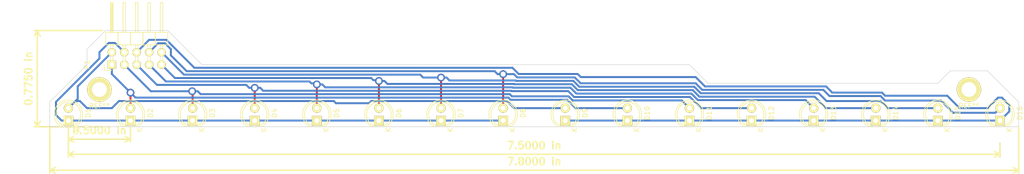
<source format=kicad_pcb>
(kicad_pcb (version 4) (host pcbnew 4.0.2-stable)

  (general
    (links 32)
    (no_connects 0)
    (area 23.750001 63.944999 233.739 101.760001)
    (thickness 1.6)
    (drawings 18)
    (tracks 178)
    (zones 0)
    (modules 19)
    (nets 11)
  )

  (page A4)
  (layers
    (0 F.Cu signal)
    (31 B.Cu signal)
    (32 B.Adhes user)
    (33 F.Adhes user)
    (34 B.Paste user)
    (35 F.Paste user)
    (36 B.SilkS user)
    (37 F.SilkS user)
    (38 B.Mask user)
    (39 F.Mask user)
    (40 Dwgs.User user)
    (41 Cmts.User user)
    (42 Eco1.User user)
    (43 Eco2.User user)
    (44 Edge.Cuts user)
    (45 Margin user)
    (46 B.CrtYd user)
    (47 F.CrtYd user)
    (48 B.Fab user)
    (49 F.Fab user)
  )

  (setup
    (last_trace_width 0.4)
    (trace_clearance 0.3)
    (zone_clearance 0.508)
    (zone_45_only no)
    (trace_min 0.4)
    (segment_width 0.2)
    (edge_width 0.1)
    (via_size 1.6)
    (via_drill 1)
    (via_min_size 1.6)
    (via_min_drill 1)
    (uvia_size 0.3)
    (uvia_drill 0.1)
    (uvias_allowed no)
    (uvia_min_size 0.2)
    (uvia_min_drill 0.1)
    (pcb_text_width 0.3)
    (pcb_text_size 1.5 1.5)
    (mod_edge_width 0.15)
    (mod_text_size 1 1)
    (mod_text_width 0.15)
    (pad_size 1.5 1.5)
    (pad_drill 0.6)
    (pad_to_mask_clearance 0)
    (aux_axis_origin 0 0)
    (visible_elements FFFFFF7F)
    (pcbplotparams
      (layerselection 0x310f0_80000001)
      (usegerberextensions false)
      (excludeedgelayer true)
      (linewidth 0.100000)
      (plotframeref false)
      (viasonmask false)
      (mode 1)
      (useauxorigin false)
      (hpglpennumber 1)
      (hpglpenspeed 20)
      (hpglpendiameter 15)
      (hpglpenoverlay 2)
      (psnegative false)
      (psa4output false)
      (plotreference true)
      (plotvalue true)
      (plotinvisibletext false)
      (padsonsilk false)
      (subtractmaskfromsilk false)
      (outputformat 1)
      (mirror false)
      (drillshape 0)
      (scaleselection 1)
      (outputdirectory ""))
  )

  (net 0 "")
  (net 1 /DIGITA)
  (net 2 /SEG0)
  (net 3 /SEG1)
  (net 4 /SEG2)
  (net 5 /SEG3)
  (net 6 /SEG4)
  (net 7 /SEG5)
  (net 8 /SEG6)
  (net 9 /SEG7)
  (net 10 /DIGITB)

  (net_class Default "This is the default net class."
    (clearance 0.3)
    (trace_width 0.4)
    (via_dia 1.6)
    (via_drill 1)
    (uvia_dia 0.3)
    (uvia_drill 0.1)
    (add_net /DIGITA)
    (add_net /DIGITB)
    (add_net /SEG0)
    (add_net /SEG1)
    (add_net /SEG2)
    (add_net /SEG3)
    (add_net /SEG4)
    (add_net /SEG5)
    (add_net /SEG6)
    (add_net /SEG7)
  )

  (module Pin_Headers:Pin_Header_Angled_2x05 (layer F.Cu) (tedit 0) (tstamp 57A35D17)
    (at 46.99 77.47 90)
    (descr "Through hole pin header")
    (tags "pin header")
    (path /57A3FFF5)
    (fp_text reference P1 (at 0 -5.1 90) (layer F.SilkS)
      (effects (font (size 1 1) (thickness 0.15)))
    )
    (fp_text value CONN_02X05 (at 0 -3.1 90) (layer F.Fab)
      (effects (font (size 1 1) (thickness 0.15)))
    )
    (fp_line (start -1.35 -1.75) (end -1.35 11.95) (layer F.CrtYd) (width 0.05))
    (fp_line (start 13.2 -1.75) (end 13.2 11.95) (layer F.CrtYd) (width 0.05))
    (fp_line (start -1.35 -1.75) (end 13.2 -1.75) (layer F.CrtYd) (width 0.05))
    (fp_line (start -1.35 11.95) (end 13.2 11.95) (layer F.CrtYd) (width 0.05))
    (fp_line (start 1.524 10.414) (end 1.016 10.414) (layer F.SilkS) (width 0.15))
    (fp_line (start 1.524 9.906) (end 1.016 9.906) (layer F.SilkS) (width 0.15))
    (fp_line (start 1.524 7.874) (end 1.016 7.874) (layer F.SilkS) (width 0.15))
    (fp_line (start 1.524 7.366) (end 1.016 7.366) (layer F.SilkS) (width 0.15))
    (fp_line (start 1.524 -0.254) (end 1.016 -0.254) (layer F.SilkS) (width 0.15))
    (fp_line (start 1.524 0.254) (end 1.016 0.254) (layer F.SilkS) (width 0.15))
    (fp_line (start 1.524 5.334) (end 1.016 5.334) (layer F.SilkS) (width 0.15))
    (fp_line (start 1.524 4.826) (end 1.016 4.826) (layer F.SilkS) (width 0.15))
    (fp_line (start 1.524 2.794) (end 1.016 2.794) (layer F.SilkS) (width 0.15))
    (fp_line (start 1.524 2.286) (end 1.016 2.286) (layer F.SilkS) (width 0.15))
    (fp_line (start 4.064 10.414) (end 3.556 10.414) (layer F.SilkS) (width 0.15))
    (fp_line (start 4.064 9.906) (end 3.556 9.906) (layer F.SilkS) (width 0.15))
    (fp_line (start 4.064 -0.254) (end 3.556 -0.254) (layer F.SilkS) (width 0.15))
    (fp_line (start 4.064 0.254) (end 3.556 0.254) (layer F.SilkS) (width 0.15))
    (fp_line (start 4.064 2.286) (end 3.556 2.286) (layer F.SilkS) (width 0.15))
    (fp_line (start 4.064 2.794) (end 3.556 2.794) (layer F.SilkS) (width 0.15))
    (fp_line (start 4.064 7.874) (end 3.556 7.874) (layer F.SilkS) (width 0.15))
    (fp_line (start 4.064 7.366) (end 3.556 7.366) (layer F.SilkS) (width 0.15))
    (fp_line (start 4.064 5.334) (end 3.556 5.334) (layer F.SilkS) (width 0.15))
    (fp_line (start 4.064 4.826) (end 3.556 4.826) (layer F.SilkS) (width 0.15))
    (fp_line (start 0 -1.55) (end -1.15 -1.55) (layer F.SilkS) (width 0.15))
    (fp_line (start -1.15 -1.55) (end -1.15 0) (layer F.SilkS) (width 0.15))
    (fp_line (start 6.604 -0.127) (end 12.573 -0.127) (layer F.SilkS) (width 0.15))
    (fp_line (start 12.573 -0.127) (end 12.573 0.127) (layer F.SilkS) (width 0.15))
    (fp_line (start 12.573 0.127) (end 6.731 0.127) (layer F.SilkS) (width 0.15))
    (fp_line (start 6.731 0.127) (end 6.731 0) (layer F.SilkS) (width 0.15))
    (fp_line (start 6.731 0) (end 12.573 0) (layer F.SilkS) (width 0.15))
    (fp_line (start 4.064 8.89) (end 6.604 8.89) (layer F.SilkS) (width 0.15))
    (fp_line (start 4.064 8.89) (end 4.064 11.43) (layer F.SilkS) (width 0.15))
    (fp_line (start 6.604 9.906) (end 12.7 9.906) (layer F.SilkS) (width 0.15))
    (fp_line (start 12.7 9.906) (end 12.7 10.414) (layer F.SilkS) (width 0.15))
    (fp_line (start 12.7 10.414) (end 6.604 10.414) (layer F.SilkS) (width 0.15))
    (fp_line (start 6.604 11.43) (end 6.604 8.89) (layer F.SilkS) (width 0.15))
    (fp_line (start 4.064 11.43) (end 6.604 11.43) (layer F.SilkS) (width 0.15))
    (fp_line (start 4.064 3.81) (end 6.604 3.81) (layer F.SilkS) (width 0.15))
    (fp_line (start 4.064 3.81) (end 4.064 6.35) (layer F.SilkS) (width 0.15))
    (fp_line (start 4.064 6.35) (end 6.604 6.35) (layer F.SilkS) (width 0.15))
    (fp_line (start 6.604 4.826) (end 12.7 4.826) (layer F.SilkS) (width 0.15))
    (fp_line (start 12.7 4.826) (end 12.7 5.334) (layer F.SilkS) (width 0.15))
    (fp_line (start 12.7 5.334) (end 6.604 5.334) (layer F.SilkS) (width 0.15))
    (fp_line (start 6.604 6.35) (end 6.604 3.81) (layer F.SilkS) (width 0.15))
    (fp_line (start 6.604 8.89) (end 6.604 6.35) (layer F.SilkS) (width 0.15))
    (fp_line (start 12.7 7.874) (end 6.604 7.874) (layer F.SilkS) (width 0.15))
    (fp_line (start 12.7 7.366) (end 12.7 7.874) (layer F.SilkS) (width 0.15))
    (fp_line (start 6.604 7.366) (end 12.7 7.366) (layer F.SilkS) (width 0.15))
    (fp_line (start 4.064 8.89) (end 6.604 8.89) (layer F.SilkS) (width 0.15))
    (fp_line (start 4.064 6.35) (end 4.064 8.89) (layer F.SilkS) (width 0.15))
    (fp_line (start 4.064 6.35) (end 6.604 6.35) (layer F.SilkS) (width 0.15))
    (fp_line (start 4.064 1.27) (end 6.604 1.27) (layer F.SilkS) (width 0.15))
    (fp_line (start 4.064 1.27) (end 4.064 3.81) (layer F.SilkS) (width 0.15))
    (fp_line (start 4.064 3.81) (end 6.604 3.81) (layer F.SilkS) (width 0.15))
    (fp_line (start 6.604 2.286) (end 12.7 2.286) (layer F.SilkS) (width 0.15))
    (fp_line (start 12.7 2.286) (end 12.7 2.794) (layer F.SilkS) (width 0.15))
    (fp_line (start 12.7 2.794) (end 6.604 2.794) (layer F.SilkS) (width 0.15))
    (fp_line (start 6.604 3.81) (end 6.604 1.27) (layer F.SilkS) (width 0.15))
    (fp_line (start 6.604 1.27) (end 6.604 -1.27) (layer F.SilkS) (width 0.15))
    (fp_line (start 12.7 0.254) (end 6.604 0.254) (layer F.SilkS) (width 0.15))
    (fp_line (start 12.7 -0.254) (end 12.7 0.254) (layer F.SilkS) (width 0.15))
    (fp_line (start 6.604 -0.254) (end 12.7 -0.254) (layer F.SilkS) (width 0.15))
    (fp_line (start 4.064 1.27) (end 6.604 1.27) (layer F.SilkS) (width 0.15))
    (fp_line (start 4.064 -1.27) (end 4.064 1.27) (layer F.SilkS) (width 0.15))
    (fp_line (start 4.064 -1.27) (end 6.604 -1.27) (layer F.SilkS) (width 0.15))
    (pad 1 thru_hole rect (at 0 0 90) (size 1.7272 1.7272) (drill 1.016) (layers *.Cu *.Mask F.SilkS)
      (net 3 /SEG1))
    (pad 2 thru_hole oval (at 2.54 0 90) (size 1.7272 1.7272) (drill 1.016) (layers *.Cu *.Mask F.SilkS)
      (net 2 /SEG0))
    (pad 3 thru_hole oval (at 0 2.54 90) (size 1.7272 1.7272) (drill 1.016) (layers *.Cu *.Mask F.SilkS)
      (net 4 /SEG2))
    (pad 4 thru_hole oval (at 2.54 2.54 90) (size 1.7272 1.7272) (drill 1.016) (layers *.Cu *.Mask F.SilkS)
      (net 1 /DIGITA))
    (pad 5 thru_hole oval (at 0 5.08 90) (size 1.7272 1.7272) (drill 1.016) (layers *.Cu *.Mask F.SilkS)
      (net 5 /SEG3))
    (pad 6 thru_hole oval (at 2.54 5.08 90) (size 1.7272 1.7272) (drill 1.016) (layers *.Cu *.Mask F.SilkS)
      (net 10 /DIGITB))
    (pad 7 thru_hole oval (at 0 7.62 90) (size 1.7272 1.7272) (drill 1.016) (layers *.Cu *.Mask F.SilkS)
      (net 6 /SEG4))
    (pad 8 thru_hole oval (at 2.54 7.62 90) (size 1.7272 1.7272) (drill 1.016) (layers *.Cu *.Mask F.SilkS)
      (net 9 /SEG7))
    (pad 9 thru_hole oval (at 0 10.16 90) (size 1.7272 1.7272) (drill 1.016) (layers *.Cu *.Mask F.SilkS)
      (net 7 /SEG5))
    (pad 10 thru_hole oval (at 2.54 10.16 90) (size 1.7272 1.7272) (drill 1.016) (layers *.Cu *.Mask F.SilkS)
      (net 8 /SEG6))
    (model Pin_Headers.3dshapes/Pin_Header_Angled_2x05.wrl
      (at (xyz 0.05 -0.2 0))
      (scale (xyz 1 1 1))
      (rotate (xyz 0 0 90))
    )
  )

  (module myparts:LED-5MM-custom (layer F.Cu) (tedit 57A70E27) (tstamp 57A8C809)
    (at 38.1 88.9 90)
    (descr "LED 5mm round vertical")
    (tags "LED 5mm round vertical")
    (path /57A3E922/57A35D23)
    (fp_text reference D1 (at 1.524 4.064 90) (layer F.SilkS)
      (effects (font (size 1 1) (thickness 0.15)))
    )
    (fp_text value LED (at 1.524 -3.937 90) (layer F.Fab)
      (effects (font (size 1 1) (thickness 0.15)))
    )
    (fp_circle (center 1.27 0) (end 3.77 0) (layer B.Fab) (width 0.15))
    (fp_line (start -1.5 -1.55) (end -1.5 1.55) (layer F.CrtYd) (width 0.05))
    (fp_arc (start 1.3 0) (end -1.5 1.55) (angle -302) (layer F.CrtYd) (width 0.05))
    (fp_arc (start 1.27 0) (end -1.23 -1.5) (angle 297.5) (layer F.SilkS) (width 0.15))
    (fp_line (start -1.23 1.5) (end -1.23 -1.5) (layer F.SilkS) (width 0.15))
    (fp_circle (center 1.27 0) (end 0.97 -2.5) (layer F.SilkS) (width 0.15))
    (fp_text user K (at -1.905 1.905 90) (layer F.SilkS)
      (effects (font (size 1 1) (thickness 0.15)))
    )
    (pad 1 thru_hole rect (at 0 0 180) (size 2 1.9) (drill 1.00076) (layers *.Cu *.Mask F.SilkS)
      (net 1 /DIGITA))
    (pad 2 thru_hole circle (at 2.54 0 90) (size 1.9 1.9) (drill 1.00076) (layers *.Cu *.Mask F.SilkS)
      (net 2 /SEG0))
    (model LEDs.3dshapes/LED-5MM.wrl
      (at (xyz 0.05 0 0))
      (scale (xyz 1 1 1))
      (rotate (xyz 0 0 90))
    )
  )

  (module myparts:LED-5MM-custom (layer F.Cu) (tedit 57A70E27) (tstamp 57A8C815)
    (at 50.8 88.9 90)
    (descr "LED 5mm round vertical")
    (tags "LED 5mm round vertical")
    (path /57A3E922/57A35D1D)
    (fp_text reference D2 (at 1.524 4.064 90) (layer F.SilkS)
      (effects (font (size 1 1) (thickness 0.15)))
    )
    (fp_text value LED (at 1.524 -3.937 90) (layer F.Fab)
      (effects (font (size 1 1) (thickness 0.15)))
    )
    (fp_circle (center 1.27 0) (end 3.77 0) (layer B.Fab) (width 0.15))
    (fp_line (start -1.5 -1.55) (end -1.5 1.55) (layer F.CrtYd) (width 0.05))
    (fp_arc (start 1.3 0) (end -1.5 1.55) (angle -302) (layer F.CrtYd) (width 0.05))
    (fp_arc (start 1.27 0) (end -1.23 -1.5) (angle 297.5) (layer F.SilkS) (width 0.15))
    (fp_line (start -1.23 1.5) (end -1.23 -1.5) (layer F.SilkS) (width 0.15))
    (fp_circle (center 1.27 0) (end 0.97 -2.5) (layer F.SilkS) (width 0.15))
    (fp_text user K (at -1.905 1.905 90) (layer F.SilkS)
      (effects (font (size 1 1) (thickness 0.15)))
    )
    (pad 1 thru_hole rect (at 0 0 180) (size 2 1.9) (drill 1.00076) (layers *.Cu *.Mask F.SilkS)
      (net 1 /DIGITA))
    (pad 2 thru_hole circle (at 2.54 0 90) (size 1.9 1.9) (drill 1.00076) (layers *.Cu *.Mask F.SilkS)
      (net 3 /SEG1))
    (model LEDs.3dshapes/LED-5MM.wrl
      (at (xyz 0.05 0 0))
      (scale (xyz 1 1 1))
      (rotate (xyz 0 0 90))
    )
  )

  (module myparts:LED-5MM-custom (layer F.Cu) (tedit 57A70E27) (tstamp 57A8C821)
    (at 63.5 88.9 90)
    (descr "LED 5mm round vertical")
    (tags "LED 5mm round vertical")
    (path /57A3E922/57A35D17)
    (fp_text reference D3 (at 1.524 4.064 90) (layer F.SilkS)
      (effects (font (size 1 1) (thickness 0.15)))
    )
    (fp_text value LED (at 1.524 -3.937 90) (layer F.Fab)
      (effects (font (size 1 1) (thickness 0.15)))
    )
    (fp_circle (center 1.27 0) (end 3.77 0) (layer B.Fab) (width 0.15))
    (fp_line (start -1.5 -1.55) (end -1.5 1.55) (layer F.CrtYd) (width 0.05))
    (fp_arc (start 1.3 0) (end -1.5 1.55) (angle -302) (layer F.CrtYd) (width 0.05))
    (fp_arc (start 1.27 0) (end -1.23 -1.5) (angle 297.5) (layer F.SilkS) (width 0.15))
    (fp_line (start -1.23 1.5) (end -1.23 -1.5) (layer F.SilkS) (width 0.15))
    (fp_circle (center 1.27 0) (end 0.97 -2.5) (layer F.SilkS) (width 0.15))
    (fp_text user K (at -1.905 1.905 90) (layer F.SilkS)
      (effects (font (size 1 1) (thickness 0.15)))
    )
    (pad 1 thru_hole rect (at 0 0 180) (size 2 1.9) (drill 1.00076) (layers *.Cu *.Mask F.SilkS)
      (net 1 /DIGITA))
    (pad 2 thru_hole circle (at 2.54 0 90) (size 1.9 1.9) (drill 1.00076) (layers *.Cu *.Mask F.SilkS)
      (net 4 /SEG2))
    (model LEDs.3dshapes/LED-5MM.wrl
      (at (xyz 0.05 0 0))
      (scale (xyz 1 1 1))
      (rotate (xyz 0 0 90))
    )
  )

  (module myparts:LED-5MM-custom (layer F.Cu) (tedit 57A70E27) (tstamp 57A8C82D)
    (at 76.2 88.9 90)
    (descr "LED 5mm round vertical")
    (tags "LED 5mm round vertical")
    (path /57A3E922/57A35D11)
    (fp_text reference D4 (at 1.524 4.064 90) (layer F.SilkS)
      (effects (font (size 1 1) (thickness 0.15)))
    )
    (fp_text value LED (at 1.524 -3.937 90) (layer F.Fab)
      (effects (font (size 1 1) (thickness 0.15)))
    )
    (fp_circle (center 1.27 0) (end 3.77 0) (layer B.Fab) (width 0.15))
    (fp_line (start -1.5 -1.55) (end -1.5 1.55) (layer F.CrtYd) (width 0.05))
    (fp_arc (start 1.3 0) (end -1.5 1.55) (angle -302) (layer F.CrtYd) (width 0.05))
    (fp_arc (start 1.27 0) (end -1.23 -1.5) (angle 297.5) (layer F.SilkS) (width 0.15))
    (fp_line (start -1.23 1.5) (end -1.23 -1.5) (layer F.SilkS) (width 0.15))
    (fp_circle (center 1.27 0) (end 0.97 -2.5) (layer F.SilkS) (width 0.15))
    (fp_text user K (at -1.905 1.905 90) (layer F.SilkS)
      (effects (font (size 1 1) (thickness 0.15)))
    )
    (pad 1 thru_hole rect (at 0 0 180) (size 2 1.9) (drill 1.00076) (layers *.Cu *.Mask F.SilkS)
      (net 1 /DIGITA))
    (pad 2 thru_hole circle (at 2.54 0 90) (size 1.9 1.9) (drill 1.00076) (layers *.Cu *.Mask F.SilkS)
      (net 5 /SEG3))
    (model LEDs.3dshapes/LED-5MM.wrl
      (at (xyz 0.05 0 0))
      (scale (xyz 1 1 1))
      (rotate (xyz 0 0 90))
    )
  )

  (module myparts:LED-5MM-custom (layer F.Cu) (tedit 57A70E27) (tstamp 57A8C839)
    (at 88.9 88.9 90)
    (descr "LED 5mm round vertical")
    (tags "LED 5mm round vertical")
    (path /57A3E922/57A35BD9)
    (fp_text reference D5 (at 1.524 4.064 90) (layer F.SilkS)
      (effects (font (size 1 1) (thickness 0.15)))
    )
    (fp_text value LED (at 1.524 -3.937 90) (layer F.Fab)
      (effects (font (size 1 1) (thickness 0.15)))
    )
    (fp_circle (center 1.27 0) (end 3.77 0) (layer B.Fab) (width 0.15))
    (fp_line (start -1.5 -1.55) (end -1.5 1.55) (layer F.CrtYd) (width 0.05))
    (fp_arc (start 1.3 0) (end -1.5 1.55) (angle -302) (layer F.CrtYd) (width 0.05))
    (fp_arc (start 1.27 0) (end -1.23 -1.5) (angle 297.5) (layer F.SilkS) (width 0.15))
    (fp_line (start -1.23 1.5) (end -1.23 -1.5) (layer F.SilkS) (width 0.15))
    (fp_circle (center 1.27 0) (end 0.97 -2.5) (layer F.SilkS) (width 0.15))
    (fp_text user K (at -1.905 1.905 90) (layer F.SilkS)
      (effects (font (size 1 1) (thickness 0.15)))
    )
    (pad 1 thru_hole rect (at 0 0 180) (size 2 1.9) (drill 1.00076) (layers *.Cu *.Mask F.SilkS)
      (net 1 /DIGITA))
    (pad 2 thru_hole circle (at 2.54 0 90) (size 1.9 1.9) (drill 1.00076) (layers *.Cu *.Mask F.SilkS)
      (net 6 /SEG4))
    (model LEDs.3dshapes/LED-5MM.wrl
      (at (xyz 0.05 0 0))
      (scale (xyz 1 1 1))
      (rotate (xyz 0 0 90))
    )
  )

  (module myparts:LED-5MM-custom (layer F.Cu) (tedit 57A70E27) (tstamp 57A8C845)
    (at 101.6 88.9 90)
    (descr "LED 5mm round vertical")
    (tags "LED 5mm round vertical")
    (path /57A3E922/57A35BB5)
    (fp_text reference D6 (at 1.524 4.064 90) (layer F.SilkS)
      (effects (font (size 1 1) (thickness 0.15)))
    )
    (fp_text value LED (at 1.524 -3.937 90) (layer F.Fab)
      (effects (font (size 1 1) (thickness 0.15)))
    )
    (fp_circle (center 1.27 0) (end 3.77 0) (layer B.Fab) (width 0.15))
    (fp_line (start -1.5 -1.55) (end -1.5 1.55) (layer F.CrtYd) (width 0.05))
    (fp_arc (start 1.3 0) (end -1.5 1.55) (angle -302) (layer F.CrtYd) (width 0.05))
    (fp_arc (start 1.27 0) (end -1.23 -1.5) (angle 297.5) (layer F.SilkS) (width 0.15))
    (fp_line (start -1.23 1.5) (end -1.23 -1.5) (layer F.SilkS) (width 0.15))
    (fp_circle (center 1.27 0) (end 0.97 -2.5) (layer F.SilkS) (width 0.15))
    (fp_text user K (at -1.905 1.905 90) (layer F.SilkS)
      (effects (font (size 1 1) (thickness 0.15)))
    )
    (pad 1 thru_hole rect (at 0 0 180) (size 2 1.9) (drill 1.00076) (layers *.Cu *.Mask F.SilkS)
      (net 1 /DIGITA))
    (pad 2 thru_hole circle (at 2.54 0 90) (size 1.9 1.9) (drill 1.00076) (layers *.Cu *.Mask F.SilkS)
      (net 7 /SEG5))
    (model LEDs.3dshapes/LED-5MM.wrl
      (at (xyz 0.05 0 0))
      (scale (xyz 1 1 1))
      (rotate (xyz 0 0 90))
    )
  )

  (module myparts:LED-5MM-custom (layer F.Cu) (tedit 57A70E27) (tstamp 57A8C851)
    (at 114.3 88.9 90)
    (descr "LED 5mm round vertical")
    (tags "LED 5mm round vertical")
    (path /57A3E922/57A35B88)
    (fp_text reference D7 (at 1.524 4.064 90) (layer F.SilkS)
      (effects (font (size 1 1) (thickness 0.15)))
    )
    (fp_text value LED (at 1.524 -3.937 90) (layer F.Fab)
      (effects (font (size 1 1) (thickness 0.15)))
    )
    (fp_circle (center 1.27 0) (end 3.77 0) (layer B.Fab) (width 0.15))
    (fp_line (start -1.5 -1.55) (end -1.5 1.55) (layer F.CrtYd) (width 0.05))
    (fp_arc (start 1.3 0) (end -1.5 1.55) (angle -302) (layer F.CrtYd) (width 0.05))
    (fp_arc (start 1.27 0) (end -1.23 -1.5) (angle 297.5) (layer F.SilkS) (width 0.15))
    (fp_line (start -1.23 1.5) (end -1.23 -1.5) (layer F.SilkS) (width 0.15))
    (fp_circle (center 1.27 0) (end 0.97 -2.5) (layer F.SilkS) (width 0.15))
    (fp_text user K (at -1.905 1.905 90) (layer F.SilkS)
      (effects (font (size 1 1) (thickness 0.15)))
    )
    (pad 1 thru_hole rect (at 0 0 180) (size 2 1.9) (drill 1.00076) (layers *.Cu *.Mask F.SilkS)
      (net 1 /DIGITA))
    (pad 2 thru_hole circle (at 2.54 0 90) (size 1.9 1.9) (drill 1.00076) (layers *.Cu *.Mask F.SilkS)
      (net 8 /SEG6))
    (model LEDs.3dshapes/LED-5MM.wrl
      (at (xyz 0.05 0 0))
      (scale (xyz 1 1 1))
      (rotate (xyz 0 0 90))
    )
  )

  (module myparts:LED-5MM-custom (layer F.Cu) (tedit 57A70E27) (tstamp 57A8C85D)
    (at 127 88.9 90)
    (descr "LED 5mm round vertical")
    (tags "LED 5mm round vertical")
    (path /57A3E922/57A35AD5)
    (fp_text reference D8 (at 1.524 4.064 90) (layer F.SilkS)
      (effects (font (size 1 1) (thickness 0.15)))
    )
    (fp_text value LED (at 1.524 -3.937 90) (layer F.Fab)
      (effects (font (size 1 1) (thickness 0.15)))
    )
    (fp_circle (center 1.27 0) (end 3.77 0) (layer B.Fab) (width 0.15))
    (fp_line (start -1.5 -1.55) (end -1.5 1.55) (layer F.CrtYd) (width 0.05))
    (fp_arc (start 1.3 0) (end -1.5 1.55) (angle -302) (layer F.CrtYd) (width 0.05))
    (fp_arc (start 1.27 0) (end -1.23 -1.5) (angle 297.5) (layer F.SilkS) (width 0.15))
    (fp_line (start -1.23 1.5) (end -1.23 -1.5) (layer F.SilkS) (width 0.15))
    (fp_circle (center 1.27 0) (end 0.97 -2.5) (layer F.SilkS) (width 0.15))
    (fp_text user K (at -1.905 1.905 90) (layer F.SilkS)
      (effects (font (size 1 1) (thickness 0.15)))
    )
    (pad 1 thru_hole rect (at 0 0 180) (size 2 1.9) (drill 1.00076) (layers *.Cu *.Mask F.SilkS)
      (net 1 /DIGITA))
    (pad 2 thru_hole circle (at 2.54 0 90) (size 1.9 1.9) (drill 1.00076) (layers *.Cu *.Mask F.SilkS)
      (net 9 /SEG7))
    (model LEDs.3dshapes/LED-5MM.wrl
      (at (xyz 0.05 0 0))
      (scale (xyz 1 1 1))
      (rotate (xyz 0 0 90))
    )
  )

  (module myparts:LED-5MM-custom (layer F.Cu) (tedit 57A70E27) (tstamp 57A8C869)
    (at 139.7 88.9 90)
    (descr "LED 5mm round vertical")
    (tags "LED 5mm round vertical")
    (path /57A3F0CE/57A35D23)
    (fp_text reference D9 (at 1.524 4.064 90) (layer F.SilkS)
      (effects (font (size 1 1) (thickness 0.15)))
    )
    (fp_text value LED (at 1.524 -3.937 90) (layer F.Fab)
      (effects (font (size 1 1) (thickness 0.15)))
    )
    (fp_circle (center 1.27 0) (end 3.77 0) (layer B.Fab) (width 0.15))
    (fp_line (start -1.5 -1.55) (end -1.5 1.55) (layer F.CrtYd) (width 0.05))
    (fp_arc (start 1.3 0) (end -1.5 1.55) (angle -302) (layer F.CrtYd) (width 0.05))
    (fp_arc (start 1.27 0) (end -1.23 -1.5) (angle 297.5) (layer F.SilkS) (width 0.15))
    (fp_line (start -1.23 1.5) (end -1.23 -1.5) (layer F.SilkS) (width 0.15))
    (fp_circle (center 1.27 0) (end 0.97 -2.5) (layer F.SilkS) (width 0.15))
    (fp_text user K (at -1.905 1.905 90) (layer F.SilkS)
      (effects (font (size 1 1) (thickness 0.15)))
    )
    (pad 1 thru_hole rect (at 0 0 180) (size 2 1.9) (drill 1.00076) (layers *.Cu *.Mask F.SilkS)
      (net 10 /DIGITB))
    (pad 2 thru_hole circle (at 2.54 0 90) (size 1.9 1.9) (drill 1.00076) (layers *.Cu *.Mask F.SilkS)
      (net 2 /SEG0))
    (model LEDs.3dshapes/LED-5MM.wrl
      (at (xyz 0.05 0 0))
      (scale (xyz 1 1 1))
      (rotate (xyz 0 0 90))
    )
  )

  (module myparts:LED-5MM-custom (layer F.Cu) (tedit 57A70E27) (tstamp 57A8C875)
    (at 152.4 88.9 90)
    (descr "LED 5mm round vertical")
    (tags "LED 5mm round vertical")
    (path /57A3F0CE/57A35D1D)
    (fp_text reference D10 (at 1.524 4.064 90) (layer F.SilkS)
      (effects (font (size 1 1) (thickness 0.15)))
    )
    (fp_text value LED (at 1.524 -3.937 90) (layer F.Fab)
      (effects (font (size 1 1) (thickness 0.15)))
    )
    (fp_circle (center 1.27 0) (end 3.77 0) (layer B.Fab) (width 0.15))
    (fp_line (start -1.5 -1.55) (end -1.5 1.55) (layer F.CrtYd) (width 0.05))
    (fp_arc (start 1.3 0) (end -1.5 1.55) (angle -302) (layer F.CrtYd) (width 0.05))
    (fp_arc (start 1.27 0) (end -1.23 -1.5) (angle 297.5) (layer F.SilkS) (width 0.15))
    (fp_line (start -1.23 1.5) (end -1.23 -1.5) (layer F.SilkS) (width 0.15))
    (fp_circle (center 1.27 0) (end 0.97 -2.5) (layer F.SilkS) (width 0.15))
    (fp_text user K (at -1.905 1.905 90) (layer F.SilkS)
      (effects (font (size 1 1) (thickness 0.15)))
    )
    (pad 1 thru_hole rect (at 0 0 180) (size 2 1.9) (drill 1.00076) (layers *.Cu *.Mask F.SilkS)
      (net 10 /DIGITB))
    (pad 2 thru_hole circle (at 2.54 0 90) (size 1.9 1.9) (drill 1.00076) (layers *.Cu *.Mask F.SilkS)
      (net 3 /SEG1))
    (model LEDs.3dshapes/LED-5MM.wrl
      (at (xyz 0.05 0 0))
      (scale (xyz 1 1 1))
      (rotate (xyz 0 0 90))
    )
  )

  (module myparts:LED-5MM-custom (layer F.Cu) (tedit 57A70E27) (tstamp 57A8C881)
    (at 165.1 88.9 90)
    (descr "LED 5mm round vertical")
    (tags "LED 5mm round vertical")
    (path /57A3F0CE/57A35D17)
    (fp_text reference D11 (at 1.524 4.064 90) (layer F.SilkS)
      (effects (font (size 1 1) (thickness 0.15)))
    )
    (fp_text value LED (at 1.524 -3.937 90) (layer F.Fab)
      (effects (font (size 1 1) (thickness 0.15)))
    )
    (fp_circle (center 1.27 0) (end 3.77 0) (layer B.Fab) (width 0.15))
    (fp_line (start -1.5 -1.55) (end -1.5 1.55) (layer F.CrtYd) (width 0.05))
    (fp_arc (start 1.3 0) (end -1.5 1.55) (angle -302) (layer F.CrtYd) (width 0.05))
    (fp_arc (start 1.27 0) (end -1.23 -1.5) (angle 297.5) (layer F.SilkS) (width 0.15))
    (fp_line (start -1.23 1.5) (end -1.23 -1.5) (layer F.SilkS) (width 0.15))
    (fp_circle (center 1.27 0) (end 0.97 -2.5) (layer F.SilkS) (width 0.15))
    (fp_text user K (at -1.905 1.905 90) (layer F.SilkS)
      (effects (font (size 1 1) (thickness 0.15)))
    )
    (pad 1 thru_hole rect (at 0 0 180) (size 2 1.9) (drill 1.00076) (layers *.Cu *.Mask F.SilkS)
      (net 10 /DIGITB))
    (pad 2 thru_hole circle (at 2.54 0 90) (size 1.9 1.9) (drill 1.00076) (layers *.Cu *.Mask F.SilkS)
      (net 4 /SEG2))
    (model LEDs.3dshapes/LED-5MM.wrl
      (at (xyz 0.05 0 0))
      (scale (xyz 1 1 1))
      (rotate (xyz 0 0 90))
    )
  )

  (module myparts:LED-5MM-custom (layer F.Cu) (tedit 57A70E27) (tstamp 57A8C88D)
    (at 177.8 88.9 90)
    (descr "LED 5mm round vertical")
    (tags "LED 5mm round vertical")
    (path /57A3F0CE/57A35D11)
    (fp_text reference D12 (at 1.524 4.064 90) (layer F.SilkS)
      (effects (font (size 1 1) (thickness 0.15)))
    )
    (fp_text value LED (at 1.524 -3.937 90) (layer F.Fab)
      (effects (font (size 1 1) (thickness 0.15)))
    )
    (fp_circle (center 1.27 0) (end 3.77 0) (layer B.Fab) (width 0.15))
    (fp_line (start -1.5 -1.55) (end -1.5 1.55) (layer F.CrtYd) (width 0.05))
    (fp_arc (start 1.3 0) (end -1.5 1.55) (angle -302) (layer F.CrtYd) (width 0.05))
    (fp_arc (start 1.27 0) (end -1.23 -1.5) (angle 297.5) (layer F.SilkS) (width 0.15))
    (fp_line (start -1.23 1.5) (end -1.23 -1.5) (layer F.SilkS) (width 0.15))
    (fp_circle (center 1.27 0) (end 0.97 -2.5) (layer F.SilkS) (width 0.15))
    (fp_text user K (at -1.905 1.905 90) (layer F.SilkS)
      (effects (font (size 1 1) (thickness 0.15)))
    )
    (pad 1 thru_hole rect (at 0 0 180) (size 2 1.9) (drill 1.00076) (layers *.Cu *.Mask F.SilkS)
      (net 10 /DIGITB))
    (pad 2 thru_hole circle (at 2.54 0 90) (size 1.9 1.9) (drill 1.00076) (layers *.Cu *.Mask F.SilkS)
      (net 5 /SEG3))
    (model LEDs.3dshapes/LED-5MM.wrl
      (at (xyz 0.05 0 0))
      (scale (xyz 1 1 1))
      (rotate (xyz 0 0 90))
    )
  )

  (module myparts:LED-5MM-custom (layer F.Cu) (tedit 57A70E27) (tstamp 57A8C899)
    (at 190.5 88.9 90)
    (descr "LED 5mm round vertical")
    (tags "LED 5mm round vertical")
    (path /57A3F0CE/57A35BD9)
    (fp_text reference D13 (at 1.524 4.064 90) (layer F.SilkS)
      (effects (font (size 1 1) (thickness 0.15)))
    )
    (fp_text value LED (at 1.524 -3.937 90) (layer F.Fab)
      (effects (font (size 1 1) (thickness 0.15)))
    )
    (fp_circle (center 1.27 0) (end 3.77 0) (layer B.Fab) (width 0.15))
    (fp_line (start -1.5 -1.55) (end -1.5 1.55) (layer F.CrtYd) (width 0.05))
    (fp_arc (start 1.3 0) (end -1.5 1.55) (angle -302) (layer F.CrtYd) (width 0.05))
    (fp_arc (start 1.27 0) (end -1.23 -1.5) (angle 297.5) (layer F.SilkS) (width 0.15))
    (fp_line (start -1.23 1.5) (end -1.23 -1.5) (layer F.SilkS) (width 0.15))
    (fp_circle (center 1.27 0) (end 0.97 -2.5) (layer F.SilkS) (width 0.15))
    (fp_text user K (at -1.905 1.905 90) (layer F.SilkS)
      (effects (font (size 1 1) (thickness 0.15)))
    )
    (pad 1 thru_hole rect (at 0 0 180) (size 2 1.9) (drill 1.00076) (layers *.Cu *.Mask F.SilkS)
      (net 10 /DIGITB))
    (pad 2 thru_hole circle (at 2.54 0 90) (size 1.9 1.9) (drill 1.00076) (layers *.Cu *.Mask F.SilkS)
      (net 6 /SEG4))
    (model LEDs.3dshapes/LED-5MM.wrl
      (at (xyz 0.05 0 0))
      (scale (xyz 1 1 1))
      (rotate (xyz 0 0 90))
    )
  )

  (module myparts:LED-5MM-custom (layer F.Cu) (tedit 57A70E27) (tstamp 57A8C8A5)
    (at 203.2 88.9 90)
    (descr "LED 5mm round vertical")
    (tags "LED 5mm round vertical")
    (path /57A3F0CE/57A35BB5)
    (fp_text reference D14 (at 1.524 4.064 90) (layer F.SilkS)
      (effects (font (size 1 1) (thickness 0.15)))
    )
    (fp_text value LED (at 1.524 -3.937 90) (layer F.Fab)
      (effects (font (size 1 1) (thickness 0.15)))
    )
    (fp_circle (center 1.27 0) (end 3.77 0) (layer B.Fab) (width 0.15))
    (fp_line (start -1.5 -1.55) (end -1.5 1.55) (layer F.CrtYd) (width 0.05))
    (fp_arc (start 1.3 0) (end -1.5 1.55) (angle -302) (layer F.CrtYd) (width 0.05))
    (fp_arc (start 1.27 0) (end -1.23 -1.5) (angle 297.5) (layer F.SilkS) (width 0.15))
    (fp_line (start -1.23 1.5) (end -1.23 -1.5) (layer F.SilkS) (width 0.15))
    (fp_circle (center 1.27 0) (end 0.97 -2.5) (layer F.SilkS) (width 0.15))
    (fp_text user K (at -1.905 1.905 90) (layer F.SilkS)
      (effects (font (size 1 1) (thickness 0.15)))
    )
    (pad 1 thru_hole rect (at 0 0 180) (size 2 1.9) (drill 1.00076) (layers *.Cu *.Mask F.SilkS)
      (net 10 /DIGITB))
    (pad 2 thru_hole circle (at 2.54 0 90) (size 1.9 1.9) (drill 1.00076) (layers *.Cu *.Mask F.SilkS)
      (net 7 /SEG5))
    (model LEDs.3dshapes/LED-5MM.wrl
      (at (xyz 0.05 0 0))
      (scale (xyz 1 1 1))
      (rotate (xyz 0 0 90))
    )
  )

  (module myparts:LED-5MM-custom (layer F.Cu) (tedit 57A70E27) (tstamp 57A8C8B1)
    (at 215.9 88.9 90)
    (descr "LED 5mm round vertical")
    (tags "LED 5mm round vertical")
    (path /57A3F0CE/57A35B88)
    (fp_text reference D15 (at 1.524 4.064 90) (layer F.SilkS)
      (effects (font (size 1 1) (thickness 0.15)))
    )
    (fp_text value LED (at 1.524 -3.937 90) (layer F.Fab)
      (effects (font (size 1 1) (thickness 0.15)))
    )
    (fp_circle (center 1.27 0) (end 3.77 0) (layer B.Fab) (width 0.15))
    (fp_line (start -1.5 -1.55) (end -1.5 1.55) (layer F.CrtYd) (width 0.05))
    (fp_arc (start 1.3 0) (end -1.5 1.55) (angle -302) (layer F.CrtYd) (width 0.05))
    (fp_arc (start 1.27 0) (end -1.23 -1.5) (angle 297.5) (layer F.SilkS) (width 0.15))
    (fp_line (start -1.23 1.5) (end -1.23 -1.5) (layer F.SilkS) (width 0.15))
    (fp_circle (center 1.27 0) (end 0.97 -2.5) (layer F.SilkS) (width 0.15))
    (fp_text user K (at -1.905 1.905 90) (layer F.SilkS)
      (effects (font (size 1 1) (thickness 0.15)))
    )
    (pad 1 thru_hole rect (at 0 0 180) (size 2 1.9) (drill 1.00076) (layers *.Cu *.Mask F.SilkS)
      (net 10 /DIGITB))
    (pad 2 thru_hole circle (at 2.54 0 90) (size 1.9 1.9) (drill 1.00076) (layers *.Cu *.Mask F.SilkS)
      (net 8 /SEG6))
    (model LEDs.3dshapes/LED-5MM.wrl
      (at (xyz 0.05 0 0))
      (scale (xyz 1 1 1))
      (rotate (xyz 0 0 90))
    )
  )

  (module myparts:LED-5MM-custom (layer F.Cu) (tedit 57A70E27) (tstamp 57A8C8BD)
    (at 228.6 88.9 90)
    (descr "LED 5mm round vertical")
    (tags "LED 5mm round vertical")
    (path /57A3F0CE/57A35AD5)
    (fp_text reference D16 (at 1.524 4.064 90) (layer F.SilkS)
      (effects (font (size 1 1) (thickness 0.15)))
    )
    (fp_text value LED (at 1.524 -3.937 90) (layer F.Fab)
      (effects (font (size 1 1) (thickness 0.15)))
    )
    (fp_circle (center 1.27 0) (end 3.77 0) (layer B.Fab) (width 0.15))
    (fp_line (start -1.5 -1.55) (end -1.5 1.55) (layer F.CrtYd) (width 0.05))
    (fp_arc (start 1.3 0) (end -1.5 1.55) (angle -302) (layer F.CrtYd) (width 0.05))
    (fp_arc (start 1.27 0) (end -1.23 -1.5) (angle 297.5) (layer F.SilkS) (width 0.15))
    (fp_line (start -1.23 1.5) (end -1.23 -1.5) (layer F.SilkS) (width 0.15))
    (fp_circle (center 1.27 0) (end 0.97 -2.5) (layer F.SilkS) (width 0.15))
    (fp_text user K (at -1.905 1.905 90) (layer F.SilkS)
      (effects (font (size 1 1) (thickness 0.15)))
    )
    (pad 1 thru_hole rect (at 0 0 180) (size 2 1.9) (drill 1.00076) (layers *.Cu *.Mask F.SilkS)
      (net 10 /DIGITB))
    (pad 2 thru_hole circle (at 2.54 0 90) (size 1.9 1.9) (drill 1.00076) (layers *.Cu *.Mask F.SilkS)
      (net 9 /SEG7))
    (model LEDs.3dshapes/LED-5MM.wrl
      (at (xyz 0.05 0 0))
      (scale (xyz 1 1 1))
      (rotate (xyz 0 0 90))
    )
  )

  (module myparts:HOLE_M3 (layer F.Cu) (tedit 57A712CF) (tstamp 57A8C8DC)
    (at 44.45 82.55)
    (fp_text reference REF** (at 0 3.35) (layer F.SilkS)
      (effects (font (size 1 1) (thickness 0.15)))
    )
    (fp_text value M3 (at 0 -3.5) (layer F.Fab)
      (effects (font (size 1 1) (thickness 0.15)))
    )
    (fp_circle (center 0 0) (end 1.5 0) (layer B.Fab) (width 0.15))
    (pad 1 thru_hole circle (at 0 0) (size 5 5) (drill 3) (layers *.Cu *.Mask F.SilkS))
  )

  (module myparts:HOLE_M3 (layer F.Cu) (tedit 57A712CF) (tstamp 57A8C957)
    (at 222.25 82.55)
    (fp_text reference REF** (at 0 3.35) (layer F.SilkS)
      (effects (font (size 1 1) (thickness 0.15)))
    )
    (fp_text value M3 (at 0 -3.5) (layer F.Fab)
      (effects (font (size 1 1) (thickness 0.15)))
    )
    (fp_circle (center 0 0) (end 1.5 0) (layer B.Fab) (width 0.15))
    (pad 1 thru_hole circle (at 0 0) (size 5 5) (drill 3) (layers *.Cu *.Mask F.SilkS))
  )

  (gr_line (start 232.41 85.09) (end 232.41 90.17) (layer Edge.Cuts) (width 0.1))
  (gr_line (start 226.06 78.74) (end 232.41 85.09) (layer Edge.Cuts) (width 0.1))
  (gr_line (start 218.44 78.74) (end 226.06 78.74) (layer Edge.Cuts) (width 0.1))
  (gr_line (start 215.9 81.28) (end 218.44 78.74) (layer Edge.Cuts) (width 0.1))
  (gr_line (start 41.91 77.47) (end 34.29 85.09) (layer Edge.Cuts) (width 0.1))
  (gr_line (start 41.91 74.295) (end 41.91 77.47) (layer Edge.Cuts) (width 0.1))
  (dimension 19.685 (width 0.3) (layer F.SilkS)
    (gr_text "19.685 mm" (at 30.4 80.3275 90) (layer F.SilkS)
      (effects (font (size 1.5 1.5) (thickness 0.3)))
    )
    (feature1 (pts (xy 45.085 70.485) (xy 29.05 70.485)))
    (feature2 (pts (xy 45.085 90.17) (xy 29.05 90.17)))
    (crossbar (pts (xy 31.75 90.17) (xy 31.75 70.485)))
    (arrow1a (pts (xy 31.75 70.485) (xy 32.336421 71.611504)))
    (arrow1b (pts (xy 31.75 70.485) (xy 31.163579 71.611504)))
    (arrow2a (pts (xy 31.75 90.17) (xy 32.336421 89.043496)))
    (arrow2b (pts (xy 31.75 90.17) (xy 31.163579 89.043496)))
  )
  (dimension 198.12 (width 0.3) (layer F.SilkS)
    (gr_text "198.120 mm" (at 133.35 100.41) (layer F.SilkS)
      (effects (font (size 1.5 1.5) (thickness 0.3)))
    )
    (feature1 (pts (xy 232.41 90.17) (xy 232.41 101.76)))
    (feature2 (pts (xy 34.29 90.17) (xy 34.29 101.76)))
    (crossbar (pts (xy 34.29 99.06) (xy 232.41 99.06)))
    (arrow1a (pts (xy 232.41 99.06) (xy 231.283496 99.646421)))
    (arrow1b (pts (xy 232.41 99.06) (xy 231.283496 98.473579)))
    (arrow2a (pts (xy 34.29 99.06) (xy 35.416504 99.646421)))
    (arrow2b (pts (xy 34.29 99.06) (xy 35.416504 98.473579)))
  )
  (gr_line (start 45.72 70.485) (end 41.91 74.295) (layer Edge.Cuts) (width 0.1))
  (gr_line (start 58.42 70.485) (end 45.72 70.485) (layer Edge.Cuts) (width 0.1))
  (gr_line (start 65.405 77.47) (end 58.42 70.485) (layer Edge.Cuts) (width 0.1))
  (gr_line (start 165.1 77.47) (end 65.405 77.47) (layer Edge.Cuts) (width 0.1))
  (gr_line (start 168.91 81.28) (end 165.1 77.47) (layer Edge.Cuts) (width 0.1))
  (gr_line (start 215.9 81.28) (end 168.91 81.28) (layer Edge.Cuts) (width 0.1))
  (gr_line (start 34.29 85.09) (end 34.29 90.17) (layer Edge.Cuts) (width 0.1))
  (gr_line (start 34.29 90.17) (end 232.41 90.17) (layer Edge.Cuts) (width 0.1))
  (dimension 190.5 (width 0.3) (layer F.SilkS)
    (gr_text "190.500 mm" (at 133.35 97.146091) (layer F.SilkS)
      (effects (font (size 1.5 1.5) (thickness 0.3)))
    )
    (feature1 (pts (xy 228.6 93.471724) (xy 228.6 98.496091)))
    (feature2 (pts (xy 38.1 93.471724) (xy 38.1 98.496091)))
    (crossbar (pts (xy 38.1 95.796091) (xy 228.6 95.796091)))
    (arrow1a (pts (xy 228.6 95.796091) (xy 227.473496 96.382512)))
    (arrow1b (pts (xy 228.6 95.796091) (xy 227.473496 95.20967)))
    (arrow2a (pts (xy 38.1 95.796091) (xy 39.226504 96.382512)))
    (arrow2b (pts (xy 38.1 95.796091) (xy 39.226504 95.20967)))
  )
  (dimension 12.7 (width 0.3) (layer F.SilkS)
    (gr_text "12.700 mm" (at 44.45 94.06) (layer F.SilkS)
      (effects (font (size 1.5 1.5) (thickness 0.3)))
    )
    (feature1 (pts (xy 50.8 90.17) (xy 50.8 95.41)))
    (feature2 (pts (xy 38.1 90.17) (xy 38.1 95.41)))
    (crossbar (pts (xy 38.1 92.71) (xy 50.8 92.71)))
    (arrow1a (pts (xy 50.8 92.71) (xy 49.673496 93.296421)))
    (arrow1b (pts (xy 50.8 92.71) (xy 49.673496 92.123579)))
    (arrow2a (pts (xy 38.1 92.71) (xy 39.226504 93.296421)))
    (arrow2b (pts (xy 38.1 92.71) (xy 39.226504 92.123579)))
  )

  (segment (start 46.355 73.025) (end 47.625 73.025) (width 0.4) (layer B.Cu) (net 1))
  (segment (start 47.625 73.025) (end 49.53 74.93) (width 0.4) (layer B.Cu) (net 1) (status 20))
  (segment (start 44.45 74.93) (end 46.355 73.025) (width 0.4) (layer B.Cu) (net 1))
  (segment (start 44.45 76.2) (end 44.45 74.93) (width 0.4) (layer B.Cu) (net 1))
  (segment (start 44.45 76.2) (end 35.56 85.09) (width 0.4) (layer B.Cu) (net 1))
  (segment (start 36.7 88.9) (end 38.1 88.9) (width 0.4) (layer B.Cu) (net 1) (status 20))
  (segment (start 35.56 85.09) (end 35.56 87.76) (width 0.4) (layer B.Cu) (net 1))
  (segment (start 35.56 87.76) (end 36.7 88.9) (width 0.4) (layer B.Cu) (net 1))
  (segment (start 114.3 88.9) (end 127 88.9) (width 0.4) (layer B.Cu) (net 1) (status 30))
  (segment (start 101.6 88.9) (end 114.3 88.9) (width 0.4) (layer B.Cu) (net 1) (status 30))
  (segment (start 88.9 88.9) (end 101.6 88.9) (width 0.4) (layer B.Cu) (net 1) (status 30))
  (segment (start 76.2 88.9) (end 88.9 88.9) (width 0.4) (layer B.Cu) (net 1) (status 30))
  (segment (start 63.5 88.9) (end 76.2 88.9) (width 0.4) (layer B.Cu) (net 1) (status 30))
  (segment (start 50.8 88.9) (end 63.5 88.9) (width 0.4) (layer B.Cu) (net 1) (status 30))
  (segment (start 50.8 88.9) (end 38.1 88.9) (width 0.4) (layer B.Cu) (net 1) (status 30))
  (segment (start 38.05 88.9) (end 38.1 88.9) (width 0.4) (layer B.Cu) (net 1) (status 30))
  (segment (start 46.99 74.93) (end 40.005 81.915) (width 0.4) (layer B.Cu) (net 2) (status 10))
  (segment (start 40.005 81.915) (end 40.005 84.455) (width 0.4) (layer B.Cu) (net 2))
  (segment (start 40.005 84.455) (end 39.37 85.09) (width 0.4) (layer B.Cu) (net 2))
  (segment (start 39.37 85.09) (end 39.550001 84.909999) (width 0.4) (layer B.Cu) (net 2))
  (segment (start 39.550001 84.909999) (end 40.459999 84.909999) (width 0.4) (layer B.Cu) (net 2))
  (segment (start 40.459999 84.909999) (end 41.91 86.36) (width 0.4) (layer B.Cu) (net 2))
  (segment (start 41.91 86.36) (end 46.99 86.36) (width 0.4) (layer B.Cu) (net 2))
  (segment (start 46.99 86.36) (end 48.440001 84.909999) (width 0.4) (layer B.Cu) (net 2))
  (segment (start 48.440001 84.909999) (end 92.380142 84.909999) (width 0.4) (layer B.Cu) (net 2))
  (segment (start 92.380142 84.909999) (end 92.410127 84.939986) (width 0.4) (layer B.Cu) (net 2))
  (segment (start 92.410127 84.939986) (end 92.820184 85.350043) (width 0.4) (layer B.Cu) (net 2))
  (segment (start 92.820184 85.350043) (end 99.584816 85.350043) (width 0.4) (layer B.Cu) (net 2))
  (segment (start 99.584816 85.350043) (end 100.024859 84.909999) (width 0.4) (layer B.Cu) (net 2))
  (segment (start 100.024859 84.909999) (end 127.790279 84.909999) (width 0.4) (layer B.Cu) (net 2))
  (segment (start 38.1 86.36) (end 39.37 85.09) (width 0.4) (layer B.Cu) (net 2) (status 10))
  (segment (start 129.24028 86.36) (end 139.7 86.36) (width 0.4) (layer B.Cu) (net 2) (status 20))
  (segment (start 127.790279 84.909999) (end 129.24028 86.36) (width 0.4) (layer B.Cu) (net 2))
  (segment (start 46.99 77.47) (end 46.99 79.375) (width 0.4) (layer B.Cu) (net 3) (status 10))
  (segment (start 46.99 79.375) (end 50.8 83.185) (width 0.4) (layer B.Cu) (net 3))
  (segment (start 128.075312 84.205067) (end 128.520278 84.650033) (width 0.4) (layer B.Cu) (net 3))
  (segment (start 141.810108 86.36) (end 152.4 86.36) (width 0.4) (layer B.Cu) (net 3) (status 20))
  (segment (start 128.520278 84.650033) (end 140.100141 84.650033) (width 0.4) (layer B.Cu) (net 3))
  (segment (start 51.820067 84.205067) (end 128.075312 84.205067) (width 0.4) (layer B.Cu) (net 3))
  (segment (start 140.100141 84.650033) (end 141.810108 86.36) (width 0.4) (layer B.Cu) (net 3))
  (segment (start 50.8 83.185) (end 51.820067 84.205067) (width 0.4) (layer B.Cu) (net 3))
  (segment (start 50.8 86.36) (end 50.8 83.185) (width 0.4) (layer F.Cu) (net 3) (status 10))
  (via (at 50.8 83.185) (size 1.6) (drill 1) (layers F.Cu B.Cu) (net 3))
  (segment (start 141.220126 84.780055) (end 140.390094 83.950022) (width 0.4) (layer B.Cu) (net 4))
  (segment (start 54.965065 82.905065) (end 63.414279 82.905065) (width 0.4) (layer B.Cu) (net 4))
  (segment (start 65.14564 83.505056) (end 64.545649 82.905065) (width 0.4) (layer B.Cu) (net 4))
  (segment (start 128.365266 83.505056) (end 65.14564 83.505056) (width 0.4) (layer B.Cu) (net 4))
  (segment (start 128.810232 83.950022) (end 128.365266 83.505056) (width 0.4) (layer B.Cu) (net 4))
  (segment (start 163.520055 84.780055) (end 141.220126 84.780055) (width 0.4) (layer B.Cu) (net 4))
  (segment (start 49.53 77.47) (end 54.965065 82.905065) (width 0.4) (layer B.Cu) (net 4) (status 10))
  (segment (start 63.5 82.990786) (end 63.414279 82.905065) (width 0.4) (layer F.Cu) (net 4))
  (segment (start 140.390094 83.950022) (end 128.810232 83.950022) (width 0.4) (layer B.Cu) (net 4))
  (segment (start 165.1 86.36) (end 163.520055 84.780055) (width 0.4) (layer B.Cu) (net 4) (status 10))
  (segment (start 63.5 86.36) (end 63.5 82.990786) (width 0.4) (layer F.Cu) (net 4) (status 10))
  (via (at 63.414279 82.905065) (size 1.6) (drill 1) (layers F.Cu B.Cu) (net 4))
  (segment (start 64.545649 82.905065) (end 63.414279 82.905065) (width 0.4) (layer B.Cu) (net 4))
  (segment (start 56.205055 81.605055) (end 52.07 77.47) (width 0.4) (layer B.Cu) (net 5) (status 20))
  (segment (start 74.468631 81.605055) (end 56.205055 81.605055) (width 0.4) (layer B.Cu) (net 5))
  (segment (start 75.06863 82.205054) (end 74.468631 81.605055) (width 0.4) (layer B.Cu) (net 5))
  (segment (start 76.2 82.205054) (end 75.06863 82.205054) (width 0.4) (layer B.Cu) (net 5))
  (segment (start 77.931361 82.805045) (end 77.33137 82.205054) (width 0.4) (layer B.Cu) (net 5))
  (segment (start 140.305091 82.875055) (end 128.72523 82.875055) (width 0.4) (layer B.Cu) (net 5))
  (segment (start 141.51008 84.080044) (end 140.305091 82.875055) (width 0.4) (layer B.Cu) (net 5))
  (segment (start 177.8 86.36) (end 167.49014 86.36) (width 0.4) (layer B.Cu) (net 5) (status 10))
  (segment (start 165.210184 84.080044) (end 141.51008 84.080044) (width 0.4) (layer B.Cu) (net 5))
  (segment (start 77.33137 82.205054) (end 76.2 82.205054) (width 0.4) (layer B.Cu) (net 5))
  (segment (start 128.65522 82.805045) (end 77.931361 82.805045) (width 0.4) (layer B.Cu) (net 5))
  (segment (start 128.72523 82.875055) (end 128.65522 82.805045) (width 0.4) (layer B.Cu) (net 5))
  (segment (start 167.49014 86.36) (end 165.210184 84.080044) (width 0.4) (layer B.Cu) (net 5))
  (segment (start 76.2 86.36) (end 76.2 82.205054) (width 0.4) (layer F.Cu) (net 5) (status 10))
  (via (at 76.2 82.205054) (size 1.6) (drill 1) (layers F.Cu B.Cu) (net 5))
  (segment (start 58.045044 80.905044) (end 87.393674 80.905044) (width 0.4) (layer B.Cu) (net 6))
  (segment (start 87.76863 81.28) (end 88.9 81.28) (width 0.4) (layer B.Cu) (net 6))
  (segment (start 54.61 77.47) (end 58.045044 80.905044) (width 0.4) (layer B.Cu) (net 6) (status 10))
  (segment (start 88.9 81.28) (end 88.9 81.505043) (width 0.4) (layer B.Cu) (net 6))
  (segment (start 87.393674 80.905044) (end 87.76863 81.28) (width 0.4) (layer B.Cu) (net 6))
  (segment (start 141.975126 83.380033) (end 165.500138 83.380033) (width 0.4) (layer B.Cu) (net 6))
  (segment (start 188.855044 84.715044) (end 190.5 86.36) (width 0.4) (layer B.Cu) (net 6) (status 20))
  (segment (start 88.9 81.505043) (end 90.03137 81.505043) (width 0.4) (layer B.Cu) (net 6))
  (segment (start 90.03137 81.505043) (end 90.631361 82.105034) (width 0.4) (layer B.Cu) (net 6))
  (segment (start 166.835149 84.715044) (end 188.855044 84.715044) (width 0.4) (layer B.Cu) (net 6))
  (segment (start 165.500138 83.380033) (end 166.835149 84.715044) (width 0.4) (layer B.Cu) (net 6))
  (segment (start 140.77014 82.175044) (end 141.975126 83.380033) (width 0.4) (layer B.Cu) (net 6))
  (segment (start 128.945174 82.105034) (end 129.015184 82.175044) (width 0.4) (layer B.Cu) (net 6))
  (segment (start 90.631361 82.105034) (end 128.945174 82.105034) (width 0.4) (layer B.Cu) (net 6))
  (segment (start 129.015184 82.175044) (end 140.77014 82.175044) (width 0.4) (layer B.Cu) (net 6))
  (segment (start 88.9 86.36) (end 88.9 81.505043) (width 0.4) (layer F.Cu) (net 6) (status 10))
  (via (at 88.9 81.505043) (size 1.6) (drill 1) (layers F.Cu B.Cu) (net 6))
  (segment (start 59.885033 80.205033) (end 57.15 77.47) (width 0.4) (layer B.Cu) (net 7) (status 20))
  (segment (start 100.46863 80.645) (end 100.028663 80.205033) (width 0.4) (layer B.Cu) (net 7))
  (segment (start 101.6 80.805032) (end 101.6 80.645) (width 0.4) (layer B.Cu) (net 7))
  (segment (start 101.6 80.645) (end 100.46863 80.645) (width 0.4) (layer B.Cu) (net 7))
  (segment (start 100.028663 80.205033) (end 59.885033 80.205033) (width 0.4) (layer B.Cu) (net 7))
  (segment (start 102.73137 80.805032) (end 101.6 80.805032) (width 0.4) (layer B.Cu) (net 7))
  (segment (start 129.235128 81.405023) (end 103.331361 81.405023) (width 0.4) (layer B.Cu) (net 7))
  (segment (start 103.331361 81.405023) (end 102.73137 80.805032) (width 0.4) (layer B.Cu) (net 7))
  (segment (start 141.060093 81.475033) (end 129.305138 81.475033) (width 0.4) (layer B.Cu) (net 7))
  (segment (start 142.26508 82.680022) (end 141.060093 81.475033) (width 0.4) (layer B.Cu) (net 7))
  (segment (start 165.790092 82.680022) (end 142.26508 82.680022) (width 0.4) (layer B.Cu) (net 7))
  (segment (start 167.125103 84.015033) (end 165.790092 82.680022) (width 0.4) (layer B.Cu) (net 7))
  (segment (start 193.04 86.36) (end 190.695033 84.015033) (width 0.4) (layer B.Cu) (net 7))
  (segment (start 129.305138 81.475033) (end 129.235128 81.405023) (width 0.4) (layer B.Cu) (net 7))
  (segment (start 203.2 86.36) (end 193.04 86.36) (width 0.4) (layer B.Cu) (net 7) (status 10))
  (segment (start 190.695033 84.015033) (end 167.125103 84.015033) (width 0.4) (layer B.Cu) (net 7))
  (segment (start 101.6 86.36) (end 101.6 80.805032) (width 0.4) (layer F.Cu) (net 7) (status 10))
  (via (at 101.6 80.805032) (size 1.6) (drill 1) (layers F.Cu B.Cu) (net 7))
  (segment (start 61.725022 79.505022) (end 57.15 74.93) (width 0.4) (layer B.Cu) (net 8) (status 20))
  (segment (start 110.050032 79.505022) (end 61.725022 79.505022) (width 0.4) (layer B.Cu) (net 8))
  (segment (start 110.650031 80.105021) (end 110.050032 79.505022) (width 0.4) (layer B.Cu) (net 8))
  (segment (start 116.031361 80.705012) (end 129.525082 80.705012) (width 0.4) (layer B.Cu) (net 8))
  (segment (start 129.525082 80.705012) (end 129.595092 80.775022) (width 0.4) (layer B.Cu) (net 8))
  (segment (start 204.215069 84.909999) (end 205.66507 86.36) (width 0.4) (layer B.Cu) (net 8))
  (segment (start 191.545057 83.315022) (end 193.140034 84.909999) (width 0.4) (layer B.Cu) (net 8))
  (segment (start 167.415057 83.315022) (end 191.545057 83.315022) (width 0.4) (layer B.Cu) (net 8))
  (segment (start 142.555034 81.980011) (end 166.080046 81.980011) (width 0.4) (layer B.Cu) (net 8))
  (segment (start 141.350046 80.775022) (end 142.555034 81.980011) (width 0.4) (layer B.Cu) (net 8))
  (segment (start 115.43137 80.105021) (end 116.031361 80.705012) (width 0.4) (layer B.Cu) (net 8))
  (segment (start 205.66507 86.36) (end 215.9 86.36) (width 0.4) (layer B.Cu) (net 8) (status 20))
  (segment (start 193.140034 84.909999) (end 204.215069 84.909999) (width 0.4) (layer B.Cu) (net 8))
  (segment (start 166.080046 81.980011) (end 167.415057 83.315022) (width 0.4) (layer B.Cu) (net 8))
  (segment (start 114.3 80.105021) (end 115.43137 80.105021) (width 0.4) (layer B.Cu) (net 8))
  (segment (start 129.595092 80.775022) (end 141.350046 80.775022) (width 0.4) (layer B.Cu) (net 8))
  (segment (start 110.650031 80.105021) (end 114.3 80.105021) (width 0.4) (layer B.Cu) (net 8))
  (segment (start 114.3 86.36) (end 114.3 80.105021) (width 0.4) (layer F.Cu) (net 8) (status 10))
  (via (at 114.3 80.105021) (size 1.6) (drill 1) (layers F.Cu B.Cu) (net 8))
  (segment (start 129.215045 79.40501) (end 127 79.40501) (width 0.4) (layer B.Cu) (net 9))
  (segment (start 129.885046 80.075011) (end 129.215045 79.40501) (width 0.4) (layer B.Cu) (net 9))
  (segment (start 227.650001 87.309999) (end 219.035035 87.309999) (width 0.4) (layer B.Cu) (net 9))
  (segment (start 141.64 80.075011) (end 129.885046 80.075011) (width 0.4) (layer B.Cu) (net 9))
  (segment (start 167.705011 82.615011) (end 166.37 81.28) (width 0.4) (layer B.Cu) (net 9))
  (segment (start 216.535 84.809964) (end 205.105 84.809964) (width 0.4) (layer B.Cu) (net 9))
  (segment (start 166.37 81.28) (end 142.844988 81.28) (width 0.4) (layer B.Cu) (net 9))
  (segment (start 193.740011 83.885011) (end 192.470011 82.615011) (width 0.4) (layer B.Cu) (net 9))
  (segment (start 228.6 86.36) (end 227.650001 87.309999) (width 0.4) (layer B.Cu) (net 9) (status 10))
  (segment (start 204.180047 83.885011) (end 193.740011 83.885011) (width 0.4) (layer B.Cu) (net 9))
  (segment (start 142.844988 81.28) (end 141.64 80.075011) (width 0.4) (layer B.Cu) (net 9))
  (segment (start 192.470011 82.615011) (end 167.705011 82.615011) (width 0.4) (layer B.Cu) (net 9))
  (segment (start 205.105 84.809964) (end 204.180047 83.885011) (width 0.4) (layer B.Cu) (net 9))
  (segment (start 219.035035 87.309999) (end 216.535 84.809964) (width 0.4) (layer B.Cu) (net 9))
  (segment (start 56.449989 73.090011) (end 54.61 74.93) (width 0.4) (layer B.Cu) (net 9) (status 20))
  (segment (start 125.86863 79.40501) (end 125.268631 78.805011) (width 0.4) (layer B.Cu) (net 9))
  (segment (start 62.295011 78.805011) (end 59.055 75.565) (width 0.4) (layer B.Cu) (net 9))
  (segment (start 57.850011 73.090011) (end 56.449989 73.090011) (width 0.4) (layer B.Cu) (net 9))
  (segment (start 59.055 74.295) (end 57.850011 73.090011) (width 0.4) (layer B.Cu) (net 9))
  (segment (start 127 79.40501) (end 125.86863 79.40501) (width 0.4) (layer B.Cu) (net 9))
  (segment (start 125.268631 78.805011) (end 62.295011 78.805011) (width 0.4) (layer B.Cu) (net 9))
  (segment (start 59.055 75.565) (end 59.055 74.295) (width 0.4) (layer B.Cu) (net 9))
  (via (at 127 79.40501) (size 1.6) (drill 1) (layers F.Cu B.Cu) (net 9))
  (segment (start 127 86.36) (end 127 79.40501) (width 0.4) (layer F.Cu) (net 9) (status 10))
  (segment (start 52.07 74.93) (end 54.61 72.39) (width 0.4) (layer B.Cu) (net 10) (status 10))
  (segment (start 205.105 83.82) (end 217.805 83.82) (width 0.4) (layer B.Cu) (net 10))
  (segment (start 226.06 86.36) (end 228.206002 84.213998) (width 0.4) (layer B.Cu) (net 10))
  (segment (start 54.61 72.39) (end 58.139965 72.39) (width 0.4) (layer B.Cu) (net 10))
  (segment (start 228.65 88.9) (end 228.6 88.9) (width 0.4) (layer B.Cu) (net 10) (status 30))
  (segment (start 58.139965 72.39) (end 63.854965 78.105) (width 0.4) (layer B.Cu) (net 10))
  (segment (start 130.175 79.375) (end 142.24 79.375) (width 0.4) (layer B.Cu) (net 10))
  (segment (start 63.854965 78.105) (end 128.905 78.105) (width 0.4) (layer B.Cu) (net 10))
  (segment (start 217.805 83.82) (end 220.345 86.36) (width 0.4) (layer B.Cu) (net 10))
  (segment (start 228.993998 84.213998) (end 230.505 85.725) (width 0.4) (layer B.Cu) (net 10))
  (segment (start 230.505 85.725) (end 230.505 87.045) (width 0.4) (layer B.Cu) (net 10))
  (segment (start 168.275 81.915) (end 193.04 81.915) (width 0.4) (layer B.Cu) (net 10))
  (segment (start 204.47 83.185) (end 205.105 83.82) (width 0.4) (layer B.Cu) (net 10))
  (segment (start 128.905 78.105) (end 130.175 79.375) (width 0.4) (layer B.Cu) (net 10))
  (segment (start 142.24 79.375) (end 142.875 80.01) (width 0.4) (layer B.Cu) (net 10))
  (segment (start 142.875 80.01) (end 166.37 80.01) (width 0.4) (layer B.Cu) (net 10))
  (segment (start 220.345 86.36) (end 226.06 86.36) (width 0.4) (layer B.Cu) (net 10))
  (segment (start 166.37 80.01) (end 168.275 81.915) (width 0.4) (layer B.Cu) (net 10))
  (segment (start 193.04 81.915) (end 194.31 83.185) (width 0.4) (layer B.Cu) (net 10))
  (segment (start 194.31 83.185) (end 204.47 83.185) (width 0.4) (layer B.Cu) (net 10))
  (segment (start 228.206002 84.213998) (end 228.993998 84.213998) (width 0.4) (layer B.Cu) (net 10))
  (segment (start 230.505 87.045) (end 228.65 88.9) (width 0.4) (layer B.Cu) (net 10) (status 20))
  (segment (start 215.9 88.9) (end 228.6 88.9) (width 0.4) (layer B.Cu) (net 10) (status 30))
  (segment (start 203.2 88.9) (end 215.9 88.9) (width 0.4) (layer B.Cu) (net 10) (status 30))
  (segment (start 190.5 88.9) (end 203.2 88.9) (width 0.4) (layer B.Cu) (net 10) (status 30))
  (segment (start 177.8 88.9) (end 190.5 88.9) (width 0.4) (layer B.Cu) (net 10) (status 30))
  (segment (start 165.1 88.9) (end 177.8 88.9) (width 0.4) (layer B.Cu) (net 10) (status 30))
  (segment (start 152.4 88.9) (end 165.1 88.9) (width 0.4) (layer B.Cu) (net 10) (status 30))
  (segment (start 139.7 88.9) (end 152.4 88.9) (width 0.4) (layer B.Cu) (net 10) (status 30))

)

</source>
